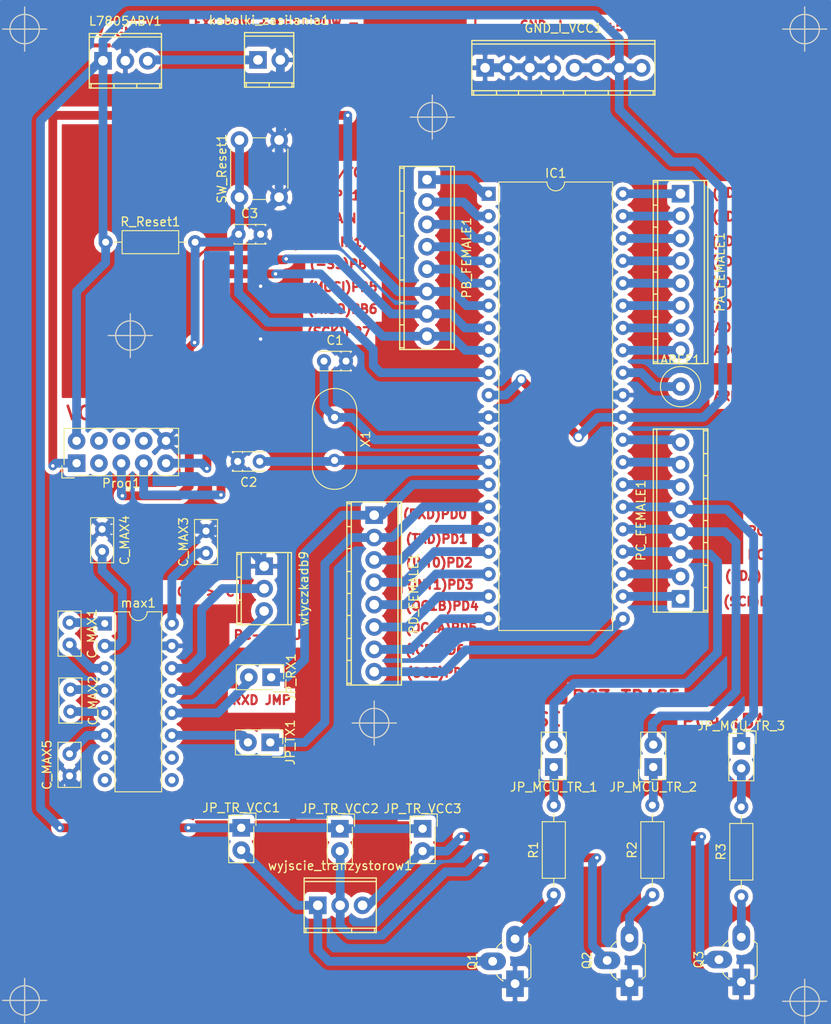
<source format=kicad_pcb>
(kicad_pcb (version 4) (host pcbnew 4.0.7)
  (layers (0 F.Cu signal hide) (31 B.Cu signal) (34 B.Paste user hide) (35 F.Paste user) (36 B.SilkS user) (37 F.SilkS user hide) (38 B.Mask user) (39 F.Mask user) (44 Edge.Cuts user))
  (net 0 "")
  (net 1 "Net-(AREF1-Pad1)")
  (net 2 "Net-(C1-Pad1)")
  (net 3 GND)
  (net 4 "Net-(C2-Pad1)")
  (net 5 "Net-(C3-Pad1)")
  (net 6 "Net-(C_MAX1-Pad1)")
  (net 7 "Net-(C_MAX1-Pad2)")
  (net 8 "Net-(C_MAX2-Pad1)")
  (net 9 "Net-(C_MAX2-Pad2)")
  (net 10 "Net-(C_MAX3-Pad1)")
  (net 11 "Net-(C_MAX4-Pad2)")
  (net 12 "Net-(C_MAX5-Pad2)")
  (net 13 "Net-(GND_I_VCC1-Pad5)")
  (net 14 "Net-(IC1-Pad1)")
  (net 15 "Net-(IC1-Pad21)")
  (net 16 "Net-(IC1-Pad2)")
  (net 17 "Net-(IC1-Pad22)")
  (net 18 "Net-(IC1-Pad3)")
  (net 19 "Net-(IC1-Pad23)")
  (net 20 "Net-(IC1-Pad4)")
  (net 21 "Net-(IC1-Pad24)")
  (net 22 "Net-(IC1-Pad5)")
  (net 23 "Net-(IC1-Pad25)")
  (net 24 "Net-(IC1-Pad6)")
  (net 25 "Net-(IC1-Pad26)")
  (net 26 "Net-(IC1-Pad7)")
  (net 27 "Net-(IC1-Pad27)")
  (net 28 "Net-(IC1-Pad8)")
  (net 29 "Net-(IC1-Pad28)")
  (net 30 "Net-(IC1-Pad29)")
  (net 31 "Net-(IC1-Pad33)")
  (net 32 "Net-(IC1-Pad14)")
  (net 33 "Net-(IC1-Pad34)")
  (net 34 "Net-(IC1-Pad15)")
  (net 35 "Net-(IC1-Pad35)")
  (net 36 "Net-(IC1-Pad16)")
  (net 37 "Net-(IC1-Pad36)")
  (net 38 "Net-(IC1-Pad17)")
  (net 39 "Net-(IC1-Pad37)")
  (net 40 "Net-(IC1-Pad18)")
  (net 41 "Net-(IC1-Pad38)")
  (net 42 "Net-(IC1-Pad19)")
  (net 43 "Net-(IC1-Pad39)")
  (net 44 "Net-(IC1-Pad20)")
  (net 45 "Net-(IC1-Pad40)")
  (net 46 "Net-(JP_MCU_TR_1-Pad1)")
  (net 47 "Net-(JP_MCU_TR_2-Pad1)")
  (net 48 "Net-(JP_MCU_TR_3-Pad2)")
  (net 49 "Net-(JP_RX1-Pad2)")
  (net 50 "Net-(JP_TR_VCC1-Pad2)")
  (net 51 "Net-(JP_TR_VCC2-Pad2)")
  (net 52 "Net-(JP_TR_VCC3-Pad2)")
  (net 53 "Net-(JP_TX1-Pad2)")
  (net 54 "Net-(L7805ABV1-Pad3)")
  (net 55 "Net-(max1-Pad9)")
  (net 56 "Net-(max1-Pad10)")
  (net 57 "Net-(max1-Pad13)")
  (net 58 "Net-(max1-Pad14)")
  (net 59 "Net-(max1-Pad7)")
  (net 60 "Net-(max1-Pad8)")
  (net 61 "Net-(Prog1-Pad3)")
  (net 62 "Net-(Prog1-Pad4)")
  (net 63 "Net-(Prog1-Pad6)")
  (net 64 "Net-(Prog1-Pad8)")
  (net 65 "Net-(Q1-Pad3)")
  (net 66 "Net-(Q2-Pad3)")
  (net 67 "Net-(Q3-Pad3)")
  (module Connectors:1pin (layer F.Cu) (at 102.8 63.8)
    (fp_text reference AREF1 (at 0 -3.048) (layer F.SilkS))
    (fp_text value CONN_1)
    (pad 1 thru_hole circle (at 0 0) (size 2.064 2.064) (drill 1.048) (layers *.Cu *.Mask) (net 1 "Net-(AREF1-Pad1)"))
  )
  (module Capacitors_THT:C_Disc_D3.4mm_W2.1mm_P2.50mm (layer F.Cu) (at 62.3 60.9)
    (fp_text reference C1 (at 1.25 -2.36) (layer F.SilkS))
    (fp_text value 22pF)
    (pad 1 thru_hole circle (at 0 0) (size 1.6 1.6) (drill 0.8) (layers *.Cu *.Mask) (net 2 "Net-(C1-Pad1)"))
    (pad 2 thru_hole circle (at 2.5 0) (size 1.6 1.6) (drill 0.8) (layers *.Cu *.Mask) (net 3 GND))
  )
  (module Capacitors_THT:C_Disc_D3.4mm_W2.1mm_P2.50mm (layer F.Cu) (at 55 72.3 180)
    (fp_text reference C2 (at 1.25 -2.36 180) (layer F.SilkS))
    (fp_text value 22pF)
    (pad 1 thru_hole circle (at 0 0 180) (size 1.6 1.6) (drill 0.8) (layers *.Cu *.Mask) (net 4 "Net-(C2-Pad1)"))
    (pad 2 thru_hole circle (at 2.5 0 180) (size 1.6 1.6) (drill 0.8) (layers *.Cu *.Mask) (net 3 GND))
  )
  (module Capacitors_THT:C_Disc_D3.4mm_W2.1mm_P2.50mm (layer F.Cu) (at 52.6 46.5)
    (fp_text reference C3 (at 1.25 -2.36) (layer F.SilkS))
    (fp_text value C)
    (pad 1 thru_hole circle (at 0 0) (size 1.6 1.6) (drill 0.8) (layers *.Cu *.Mask) (net 5 "Net-(C3-Pad1)"))
    (pad 2 thru_hole circle (at 2.5 0) (size 1.6 1.6) (drill 0.8) (layers *.Cu *.Mask) (net 3 GND))
  )
  (module Capacitors_THT:C_Disc_D5.0mm_W2.5mm_P2.50mm (layer F.Cu) (at 33.4 90.6 270)
    (fp_text reference C_MAX1 (at 1.25 -2.56 270) (layer F.SilkS))
    (fp_text value 1uF)
    (pad 1 thru_hole circle (at 0 0 270) (size 1.6 1.6) (drill 0.8) (layers *.Cu *.Mask) (net 6 "Net-(C_MAX1-Pad1)"))
    (pad 2 thru_hole circle (at 2.5 0 270) (size 1.6 1.6) (drill 0.8) (layers *.Cu *.Mask) (net 7 "Net-(C_MAX1-Pad2)"))
  )
  (module Capacitors_THT:C_Disc_D5.0mm_W2.5mm_P2.50mm (layer F.Cu) (at 33.5 98.2 270)
    (fp_text reference C_MAX2 (at 1.25 -2.56 270) (layer F.SilkS))
    (fp_text value 1uF)
    (pad 1 thru_hole circle (at 0 0 270) (size 1.6 1.6) (drill 0.8) (layers *.Cu *.Mask) (net 8 "Net-(C_MAX2-Pad1)"))
    (pad 2 thru_hole circle (at 2.5 0 270) (size 1.6 1.6) (drill 0.8) (layers *.Cu *.Mask) (net 9 "Net-(C_MAX2-Pad2)"))
  )
  (module Capacitors_THT:C_Disc_D5.0mm_W2.5mm_P2.50mm (layer F.Cu) (at 48.9 82.7 90)
    (fp_text reference C_MAX3 (at 1.25 -2.56 90) (layer F.SilkS))
    (fp_text value 1uF)
    (pad 1 thru_hole circle (at 0 0 90) (size 1.6 1.6) (drill 0.8) (layers *.Cu *.Mask) (net 10 "Net-(C_MAX3-Pad1)"))
    (pad 2 thru_hole circle (at 2.5 0 90) (size 1.6 1.6) (drill 0.8) (layers *.Cu *.Mask) (net 3 GND))
  )
  (module Capacitors_THT:C_Disc_D5.0mm_W2.5mm_P2.50mm (layer F.Cu) (at 37.1 80 270)
    (fp_text reference C_MAX4 (at 1.25 -2.56 270) (layer F.SilkS))
    (fp_text value 1uF)
    (pad 1 thru_hole circle (at 0 0 270) (size 1.6 1.6) (drill 0.8) (layers *.Cu *.Mask) (net 3 GND))
    (pad 2 thru_hole circle (at 2.5 0 270) (size 1.6 1.6) (drill 0.8) (layers *.Cu *.Mask) (net 11 "Net-(C_MAX4-Pad2)"))
  )
  (module Capacitors_THT:C_Disc_D5.0mm_W2.5mm_P2.50mm (layer F.Cu) (at 33.4 108 90)
    (fp_text reference C_MAX5 (at 1.25 -2.56 90) (layer F.SilkS))
    (fp_text value 1uF)
    (pad 1 thru_hole circle (at 0 0 90) (size 1.6 1.6) (drill 0.8) (layers *.Cu *.Mask) (net 3 GND))
    (pad 2 thru_hole circle (at 2.5 0 90) (size 1.6 1.6) (drill 0.8) (layers *.Cu *.Mask) (net 12 "Net-(C_MAX5-Pad2)"))
  )
  (module TerminalBlock_Phoenix:TerminalBlock_Phoenix_MPT-2.54mm_8pol (layer F.Cu) (at 80.6 27.6)
    (fp_text reference GND_I_VCC1 (at 8.89 -4.50088) (layer F.SilkS))
    (fp_text value CONN_8)
    (pad 4 thru_hole oval (at 7.62 0 180) (size 1.99898 1.99898) (drill 1.09728) (layers *.Cu *.Mask) (net 3 GND))
    (pad 1 thru_hole rect (at 0 0 180) (size 1.99898 1.99898) (drill 1.09728) (layers *.Cu *.Mask) (net 3 GND))
    (pad 2 thru_hole oval (at 2.54 0 180) (size 1.99898 1.99898) (drill 1.09728) (layers *.Cu *.Mask) (net 3 GND))
    (pad 3 thru_hole oval (at 5.08 0 180) (size 1.99898 1.99898) (drill 1.09728) (layers *.Cu *.Mask) (net 3 GND))
    (pad 5 thru_hole oval (at 10.16 0 180) (size 1.99898 1.99898) (drill 1.09728) (layers *.Cu *.Mask) (net 13 "Net-(GND_I_VCC1-Pad5)"))
    (pad 6 thru_hole oval (at 12.7 0 180) (size 1.99898 1.99898) (drill 1.09728) (layers *.Cu *.Mask) (net 13 "Net-(GND_I_VCC1-Pad5)"))
    (pad 7 thru_hole oval (at 15.24 0 180) (size 1.99898 1.99898) (drill 1.09728) (layers *.Cu *.Mask) (net 13 "Net-(GND_I_VCC1-Pad5)"))
    (pad 8 thru_hole oval (at 17.78 0 180) (size 1.99898 1.99898) (drill 1.09728) (layers *.Cu *.Mask) (net 13 "Net-(GND_I_VCC1-Pad5)"))
  )
  (module Housings_DIP:DIP-40_W15.24mm (layer F.Cu) (at 81 41.9)
    (fp_text reference IC1 (at 7.62 -2.33) (layer F.SilkS))
    (fp_text value ATMEGA8535-P)
    (pad 1 thru_hole rect (at 0 0) (size 1.6 1.6) (drill 0.8) (layers *.Cu *.Mask) (net 14 "Net-(IC1-Pad1)"))
    (pad 21 thru_hole oval (at 15.24 48.26) (size 1.6 1.6) (drill 0.8) (layers *.Cu *.Mask) (net 15 "Net-(IC1-Pad21)"))
    (pad 2 thru_hole oval (at 0 2.54) (size 1.6 1.6) (drill 0.8) (layers *.Cu *.Mask) (net 16 "Net-(IC1-Pad2)"))
    (pad 22 thru_hole oval (at 15.24 45.72) (size 1.6 1.6) (drill 0.8) (layers *.Cu *.Mask) (net 17 "Net-(IC1-Pad22)"))
    (pad 3 thru_hole oval (at 0 5.08) (size 1.6 1.6) (drill 0.8) (layers *.Cu *.Mask) (net 18 "Net-(IC1-Pad3)"))
    (pad 23 thru_hole oval (at 15.24 43.18) (size 1.6 1.6) (drill 0.8) (layers *.Cu *.Mask) (net 19 "Net-(IC1-Pad23)"))
    (pad 4 thru_hole oval (at 0 7.62) (size 1.6 1.6) (drill 0.8) (layers *.Cu *.Mask) (net 20 "Net-(IC1-Pad4)"))
    (pad 24 thru_hole oval (at 15.24 40.64) (size 1.6 1.6) (drill 0.8) (layers *.Cu *.Mask) (net 21 "Net-(IC1-Pad24)"))
    (pad 5 thru_hole oval (at 0 10.16) (size 1.6 1.6) (drill 0.8) (layers *.Cu *.Mask) (net 22 "Net-(IC1-Pad5)"))
    (pad 25 thru_hole oval (at 15.24 38.1) (size 1.6 1.6) (drill 0.8) (layers *.Cu *.Mask) (net 23 "Net-(IC1-Pad25)"))
    (pad 6 thru_hole oval (at 0 12.7) (size 1.6 1.6) (drill 0.8) (layers *.Cu *.Mask) (net 24 "Net-(IC1-Pad6)"))
    (pad 26 thru_hole oval (at 15.24 35.56) (size 1.6 1.6) (drill 0.8) (layers *.Cu *.Mask) (net 25 "Net-(IC1-Pad26)"))
    (pad 7 thru_hole oval (at 0 15.24) (size 1.6 1.6) (drill 0.8) (layers *.Cu *.Mask) (net 26 "Net-(IC1-Pad7)"))
    (pad 27 thru_hole oval (at 15.24 33.02) (size 1.6 1.6) (drill 0.8) (layers *.Cu *.Mask) (net 27 "Net-(IC1-Pad27)"))
    (pad 8 thru_hole oval (at 0 17.78) (size 1.6 1.6) (drill 0.8) (layers *.Cu *.Mask) (net 28 "Net-(IC1-Pad8)"))
    (pad 28 thru_hole oval (at 15.24 30.48) (size 1.6 1.6) (drill 0.8) (layers *.Cu *.Mask) (net 29 "Net-(IC1-Pad28)"))
    (pad 9 thru_hole oval (at 0 20.32) (size 1.6 1.6) (drill 0.8) (layers *.Cu *.Mask) (net 5 "Net-(C3-Pad1)"))
    (pad 29 thru_hole oval (at 15.24 27.94) (size 1.6 1.6) (drill 0.8) (layers *.Cu *.Mask) (net 30 "Net-(IC1-Pad29)"))
    (pad 10 thru_hole oval (at 0 22.86) (size 1.6 1.6) (drill 0.8) (layers *.Cu *.Mask) (net 13 "Net-(GND_I_VCC1-Pad5)"))
    (pad 30 thru_hole oval (at 15.24 25.4) (size 1.6 1.6) (drill 0.8) (layers *.Cu *.Mask) (net 13 "Net-(GND_I_VCC1-Pad5)"))
    (pad 11 thru_hole oval (at 0 25.4) (size 1.6 1.6) (drill 0.8) (layers *.Cu *.Mask) (net 3 GND))
    (pad 31 thru_hole oval (at 15.24 22.86) (size 1.6 1.6) (drill 0.8) (layers *.Cu *.Mask) (net 3 GND))
    (pad 12 thru_hole oval (at 0 27.94) (size 1.6 1.6) (drill 0.8) (layers *.Cu *.Mask) (net 2 "Net-(C1-Pad1)"))
    (pad 32 thru_hole oval (at 15.24 20.32) (size 1.6 1.6) (drill 0.8) (layers *.Cu *.Mask) (net 1 "Net-(AREF1-Pad1)"))
    (pad 13 thru_hole oval (at 0 30.48) (size 1.6 1.6) (drill 0.8) (layers *.Cu *.Mask) (net 4 "Net-(C2-Pad1)"))
    (pad 33 thru_hole oval (at 15.24 17.78) (size 1.6 1.6) (drill 0.8) (layers *.Cu *.Mask) (net 31 "Net-(IC1-Pad33)"))
    (pad 14 thru_hole oval (at 0 33.02) (size 1.6 1.6) (drill 0.8) (layers *.Cu *.Mask) (net 32 "Net-(IC1-Pad14)"))
    (pad 34 thru_hole oval (at 15.24 15.24) (size 1.6 1.6) (drill 0.8) (layers *.Cu *.Mask) (net 33 "Net-(IC1-Pad34)"))
    (pad 15 thru_hole oval (at 0 35.56) (size 1.6 1.6) (drill 0.8) (layers *.Cu *.Mask) (net 34 "Net-(IC1-Pad15)"))
    (pad 35 thru_hole oval (at 15.24 12.7) (size 1.6 1.6) (drill 0.8) (layers *.Cu *.Mask) (net 35 "Net-(IC1-Pad35)"))
    (pad 16 thru_hole oval (at 0 38.1) (size 1.6 1.6) (drill 0.8) (layers *.Cu *.Mask) (net 36 "Net-(IC1-Pad16)"))
    (pad 36 thru_hole oval (at 15.24 10.16) (size 1.6 1.6) (drill 0.8) (layers *.Cu *.Mask) (net 37 "Net-(IC1-Pad36)"))
    (pad 17 thru_hole oval (at 0 40.64) (size 1.6 1.6) (drill 0.8) (layers *.Cu *.Mask) (net 38 "Net-(IC1-Pad17)"))
    (pad 37 thru_hole oval (at 15.24 7.62) (size 1.6 1.6) (drill 0.8) (layers *.Cu *.Mask) (net 39 "Net-(IC1-Pad37)"))
    (pad 18 thru_hole oval (at 0 43.18) (size 1.6 1.6) (drill 0.8) (layers *.Cu *.Mask) (net 40 "Net-(IC1-Pad18)"))
    (pad 38 thru_hole oval (at 15.24 5.08) (size 1.6 1.6) (drill 0.8) (layers *.Cu *.Mask) (net 41 "Net-(IC1-Pad38)"))
    (pad 19 thru_hole oval (at 0 45.72) (size 1.6 1.6) (drill 0.8) (layers *.Cu *.Mask) (net 42 "Net-(IC1-Pad19)"))
    (pad 39 thru_hole oval (at 15.24 2.54) (size 1.6 1.6) (drill 0.8) (layers *.Cu *.Mask) (net 43 "Net-(IC1-Pad39)"))
    (pad 20 thru_hole oval (at 0 48.26) (size 1.6 1.6) (drill 0.8) (layers *.Cu *.Mask) (net 44 "Net-(IC1-Pad20)"))
    (pad 40 thru_hole oval (at 15.24 0) (size 1.6 1.6) (drill 0.8) (layers *.Cu *.Mask) (net 45 "Net-(IC1-Pad40)"))
  )
  (module Connectors_Samtec:SDL-102-X-XX_2x01 (layer F.Cu) (at 88.4 107 90)
    (fp_text reference JP_MCU_TR_1 (at -2.27 0 180) (layer F.SilkS))
    (fp_text value JUMPER)
    (pad 1 thru_hole rect (at 0 0 90) (size 2 2) (drill 0.95) (layers *.Cu *.Mask) (net 46 "Net-(JP_MCU_TR_1-Pad1)"))
    (pad 2 thru_hole circle (at 2.54 0 90) (size 2 2) (drill 0.95) (layers *.Cu *.Mask) (net 21 "Net-(IC1-Pad24)"))
  )
  (module Connectors_Samtec:SDL-102-X-XX_2x01 (layer F.Cu) (at 99.7 107 90)
    (fp_text reference JP_MCU_TR_2 (at -2.27 0 180) (layer F.SilkS))
    (fp_text value JUMPER)
    (pad 1 thru_hole rect (at 0 0 90) (size 2 2) (drill 0.95) (layers *.Cu *.Mask) (net 47 "Net-(JP_MCU_TR_2-Pad1)"))
    (pad 2 thru_hole circle (at 2.54 0 90) (size 2 2) (drill 0.95) (layers *.Cu *.Mask) (net 23 "Net-(IC1-Pad25)"))
  )
  (module Connectors_Samtec:SDL-102-X-XX_2x01 (layer F.Cu) (at 109.7 104.6 270)
    (fp_text reference JP_MCU_TR_3 (at -2.27 0 360) (layer F.SilkS))
    (fp_text value JUMPER)
    (pad 1 thru_hole rect (at 0 0 270) (size 2 2) (drill 0.95) (layers *.Cu *.Mask) (net 25 "Net-(IC1-Pad26)"))
    (pad 2 thru_hole circle (at 2.54 0 270) (size 2 2) (drill 0.95) (layers *.Cu *.Mask) (net 48 "Net-(JP_MCU_TR_3-Pad2)"))
  )
  (module Connectors_Samtec:SDL-102-X-XX_2x01 (layer F.Cu) (at 56.3 96.8 180)
    (fp_text reference JP_RX1 (at -2.27 0 270) (layer F.SilkS))
    (fp_text value JUMPER)
    (pad 1 thru_hole rect (at 0 0 180) (size 2 2) (drill 0.95) (layers *.Cu *.Mask) (net 32 "Net-(IC1-Pad14)"))
    (pad 2 thru_hole circle (at 2.54 0 180) (size 2 2) (drill 0.95) (layers *.Cu *.Mask) (net 49 "Net-(JP_RX1-Pad2)"))
  )
  (module Connectors_Samtec:SDL-102-X-XX_2x01 (layer F.Cu) (at 52.9 113.9 270)
    (fp_text reference JP_TR_VCC1 (at -2.27 0 360) (layer F.SilkS))
    (fp_text value JUMPER)
    (pad 1 thru_hole rect (at 0 0 270) (size 2 2) (drill 0.95) (layers *.Cu *.Mask) (net 13 "Net-(GND_I_VCC1-Pad5)"))
    (pad 2 thru_hole circle (at 2.54 0 270) (size 2 2) (drill 0.95) (layers *.Cu *.Mask) (net 50 "Net-(JP_TR_VCC1-Pad2)"))
  )
  (module Connectors_Samtec:SDL-102-X-XX_2x01 (layer F.Cu) (at 64.1 114 270)
    (fp_text reference JP_TR_VCC2 (at -2.27 0 360) (layer F.SilkS))
    (fp_text value JUMPER)
    (pad 1 thru_hole rect (at 0 0 270) (size 2 2) (drill 0.95) (layers *.Cu *.Mask) (net 13 "Net-(GND_I_VCC1-Pad5)"))
    (pad 2 thru_hole circle (at 2.54 0 270) (size 2 2) (drill 0.95) (layers *.Cu *.Mask) (net 51 "Net-(JP_TR_VCC2-Pad2)"))
  )
  (module Connectors_Samtec:SDL-102-X-XX_2x01 (layer F.Cu) (at 73.5 114 270)
    (fp_text reference JP_TR_VCC3 (at -2.27 0 360) (layer F.SilkS))
    (fp_text value JUMPER)
    (pad 1 thru_hole rect (at 0 0 270) (size 2 2) (drill 0.95) (layers *.Cu *.Mask) (net 13 "Net-(GND_I_VCC1-Pad5)"))
    (pad 2 thru_hole circle (at 2.54 0 270) (size 2 2) (drill 0.95) (layers *.Cu *.Mask) (net 52 "Net-(JP_TR_VCC3-Pad2)"))
  )
  (module Connectors_Samtec:SDL-102-X-XX_2x01 (layer F.Cu) (at 56.2 104.2 180)
    (fp_text reference JP_TX1 (at -2.27 0 270) (layer F.SilkS))
    (fp_text value JUMPER)
    (pad 1 thru_hole rect (at 0 0 180) (size 2 2) (drill 0.95) (layers *.Cu *.Mask) (net 34 "Net-(IC1-Pad15)"))
    (pad 2 thru_hole circle (at 2.54 0 180) (size 2 2) (drill 0.95) (layers *.Cu *.Mask) (net 53 "Net-(JP_TX1-Pad2)"))
  )
  (module TerminalBlock_Phoenix:TerminalBlock_Phoenix_MPT-2.54mm_2pol (layer F.Cu) (at 54.8 26.7)
    (fp_text reference kabelki_zasilania1 (at 1.27 -4.50088) (layer F.SilkS))
    (fp_text value CONN_2)
    (pad 2 thru_hole oval (at 2.54 0) (size 1.99898 1.99898) (drill 1.09728) (layers *.Cu *.Mask) (net 3 GND))
    (pad 1 thru_hole rect (at 0 0) (size 1.99898 1.99898) (drill 1.09728) (layers *.Cu *.Mask) (net 54 "Net-(L7805ABV1-Pad3)"))
  )
  (module TerminalBlock_Phoenix:TerminalBlock_Phoenix_MPT-2.54mm_3pol (layer F.Cu) (at 37.2 26.8)
    (fp_text reference L7805ABV1 (at 2.54 -4.50088) (layer F.SilkS))
    (fp_text value CONN_3)
    (pad 3 thru_hole oval (at 5.08 0) (size 1.99898 1.99898) (drill 1.09728) (layers *.Cu *.Mask) (net 54 "Net-(L7805ABV1-Pad3)"))
    (pad 1 thru_hole rect (at 0 0) (size 1.99898 1.99898) (drill 1.09728) (layers *.Cu *.Mask) (net 13 "Net-(GND_I_VCC1-Pad5)"))
    (pad 2 thru_hole oval (at 2.54 0) (size 1.99898 1.99898) (drill 1.09728) (layers *.Cu *.Mask) (net 3 GND))
  )
  (module Housings_DIP:DIP-16_W7.62mm (layer F.Cu) (at 37.4 90.7)
    (fp_text reference max1 (at 3.81 -2.33) (layer F.SilkS))
    (fp_text value MAX232)
    (pad 1 thru_hole rect (at 0 0) (size 1.6 1.6) (drill 0.8) (layers *.Cu *.Mask) (net 6 "Net-(C_MAX1-Pad1)"))
    (pad 9 thru_hole oval (at 7.62 17.78) (size 1.6 1.6) (drill 0.8) (layers *.Cu *.Mask) (net 55 "Net-(max1-Pad9)"))
    (pad 2 thru_hole oval (at 0 2.54) (size 1.6 1.6) (drill 0.8) (layers *.Cu *.Mask) (net 11 "Net-(C_MAX4-Pad2)"))
    (pad 10 thru_hole oval (at 7.62 15.24) (size 1.6 1.6) (drill 0.8) (layers *.Cu *.Mask) (net 56 "Net-(max1-Pad10)"))
    (pad 3 thru_hole oval (at 0 5.08) (size 1.6 1.6) (drill 0.8) (layers *.Cu *.Mask) (net 7 "Net-(C_MAX1-Pad2)"))
    (pad 11 thru_hole oval (at 7.62 12.7) (size 1.6 1.6) (drill 0.8) (layers *.Cu *.Mask) (net 53 "Net-(JP_TX1-Pad2)"))
    (pad 4 thru_hole oval (at 0 7.62) (size 1.6 1.6) (drill 0.8) (layers *.Cu *.Mask) (net 8 "Net-(C_MAX2-Pad1)"))
    (pad 12 thru_hole oval (at 7.62 10.16) (size 1.6 1.6) (drill 0.8) (layers *.Cu *.Mask) (net 49 "Net-(JP_RX1-Pad2)"))
    (pad 5 thru_hole oval (at 0 10.16) (size 1.6 1.6) (drill 0.8) (layers *.Cu *.Mask) (net 9 "Net-(C_MAX2-Pad2)"))
    (pad 13 thru_hole oval (at 7.62 7.62) (size 1.6 1.6) (drill 0.8) (layers *.Cu *.Mask) (net 57 "Net-(max1-Pad13)"))
    (pad 6 thru_hole oval (at 0 12.7) (size 1.6 1.6) (drill 0.8) (layers *.Cu *.Mask) (net 12 "Net-(C_MAX5-Pad2)"))
    (pad 14 thru_hole oval (at 7.62 5.08) (size 1.6 1.6) (drill 0.8) (layers *.Cu *.Mask) (net 58 "Net-(max1-Pad14)"))
    (pad 7 thru_hole oval (at 0 15.24) (size 1.6 1.6) (drill 0.8) (layers *.Cu *.Mask) (net 59 "Net-(max1-Pad7)"))
    (pad 15 thru_hole oval (at 7.62 2.54) (size 1.6 1.6) (drill 0.8) (layers *.Cu *.Mask) (net 3 GND))
    (pad 8 thru_hole oval (at 0 17.78) (size 1.6 1.6) (drill 0.8) (layers *.Cu *.Mask) (net 60 "Net-(max1-Pad8)"))
    (pad 16 thru_hole oval (at 7.62 0) (size 1.6 1.6) (drill 0.8) (layers *.Cu *.Mask) (net 10 "Net-(C_MAX3-Pad1)"))
  )
  (module TerminalBlock_Phoenix:TerminalBlock_Phoenix_MPT-2.54mm_8pol (layer F.Cu) (at 102.8 41.9 270)
    (fp_text reference PA_FEMALE1 (at 8.89 -4.50088 270) (layer F.SilkS))
    (fp_text value CONN_8)
    (pad 4 thru_hole oval (at 7.62 0 90) (size 1.99898 1.99898) (drill 1.09728) (layers *.Cu *.Mask) (net 39 "Net-(IC1-Pad37)"))
    (pad 1 thru_hole rect (at 0 0 90) (size 1.99898 1.99898) (drill 1.09728) (layers *.Cu *.Mask) (net 45 "Net-(IC1-Pad40)"))
    (pad 2 thru_hole oval (at 2.54 0 90) (size 1.99898 1.99898) (drill 1.09728) (layers *.Cu *.Mask) (net 43 "Net-(IC1-Pad39)"))
    (pad 3 thru_hole oval (at 5.08 0 90) (size 1.99898 1.99898) (drill 1.09728) (layers *.Cu *.Mask) (net 41 "Net-(IC1-Pad38)"))
    (pad 5 thru_hole oval (at 10.16 0 90) (size 1.99898 1.99898) (drill 1.09728) (layers *.Cu *.Mask) (net 37 "Net-(IC1-Pad36)"))
    (pad 6 thru_hole oval (at 12.7 0 90) (size 1.99898 1.99898) (drill 1.09728) (layers *.Cu *.Mask) (net 35 "Net-(IC1-Pad35)"))
    (pad 7 thru_hole oval (at 15.24 0 90) (size 1.99898 1.99898) (drill 1.09728) (layers *.Cu *.Mask) (net 33 "Net-(IC1-Pad34)"))
    (pad 8 thru_hole oval (at 17.78 0 90) (size 1.99898 1.99898) (drill 1.09728) (layers *.Cu *.Mask) (net 31 "Net-(IC1-Pad33)"))
  )
  (module TerminalBlock_Phoenix:TerminalBlock_Phoenix_MPT-2.54mm_8pol (layer F.Cu) (at 74 40.3 270)
    (fp_text reference PB_FEMALE1 (at 8.89 -4.50088 270) (layer F.SilkS))
    (fp_text value CONN_8)
    (pad 4 thru_hole oval (at 7.62 0 90) (size 1.99898 1.99898) (drill 1.09728) (layers *.Cu *.Mask) (net 20 "Net-(IC1-Pad4)"))
    (pad 1 thru_hole rect (at 0 0 90) (size 1.99898 1.99898) (drill 1.09728) (layers *.Cu *.Mask) (net 14 "Net-(IC1-Pad1)"))
    (pad 2 thru_hole oval (at 2.54 0 90) (size 1.99898 1.99898) (drill 1.09728) (layers *.Cu *.Mask) (net 16 "Net-(IC1-Pad2)"))
    (pad 3 thru_hole oval (at 5.08 0 90) (size 1.99898 1.99898) (drill 1.09728) (layers *.Cu *.Mask) (net 18 "Net-(IC1-Pad3)"))
    (pad 5 thru_hole oval (at 10.16 0 90) (size 1.99898 1.99898) (drill 1.09728) (layers *.Cu *.Mask) (net 22 "Net-(IC1-Pad5)"))
    (pad 6 thru_hole oval (at 12.7 0 90) (size 1.99898 1.99898) (drill 1.09728) (layers *.Cu *.Mask) (net 24 "Net-(IC1-Pad6)"))
    (pad 7 thru_hole oval (at 15.24 0 90) (size 1.99898 1.99898) (drill 1.09728) (layers *.Cu *.Mask) (net 26 "Net-(IC1-Pad7)"))
    (pad 8 thru_hole oval (at 17.78 0 90) (size 1.99898 1.99898) (drill 1.09728) (layers *.Cu *.Mask) (net 28 "Net-(IC1-Pad8)"))
  )
  (module TerminalBlock_Phoenix:TerminalBlock_Phoenix_MPT-2.54mm_8pol (layer F.Cu) (at 102.8 87.9 90)
    (fp_text reference PC_FEMALE1 (at 8.89 -4.50088 90) (layer F.SilkS))
    (fp_text value CONN_8)
    (pad 4 thru_hole oval (at 7.62 0 270) (size 1.99898 1.99898) (drill 1.09728) (layers *.Cu *.Mask) (net 23 "Net-(IC1-Pad25)"))
    (pad 1 thru_hole rect (at 0 0 270) (size 1.99898 1.99898) (drill 1.09728) (layers *.Cu *.Mask) (net 17 "Net-(IC1-Pad22)"))
    (pad 2 thru_hole oval (at 2.54 0 270) (size 1.99898 1.99898) (drill 1.09728) (layers *.Cu *.Mask) (net 19 "Net-(IC1-Pad23)"))
    (pad 3 thru_hole oval (at 5.08 0 270) (size 1.99898 1.99898) (drill 1.09728) (layers *.Cu *.Mask) (net 21 "Net-(IC1-Pad24)"))
    (pad 5 thru_hole oval (at 10.16 0 270) (size 1.99898 1.99898) (drill 1.09728) (layers *.Cu *.Mask) (net 25 "Net-(IC1-Pad26)"))
    (pad 6 thru_hole oval (at 12.7 0 270) (size 1.99898 1.99898) (drill 1.09728) (layers *.Cu *.Mask) (net 27 "Net-(IC1-Pad27)"))
    (pad 7 thru_hole oval (at 15.24 0 270) (size 1.99898 1.99898) (drill 1.09728) (layers *.Cu *.Mask) (net 29 "Net-(IC1-Pad28)"))
    (pad 8 thru_hole oval (at 17.78 0 270) (size 1.99898 1.99898) (drill 1.09728) (layers *.Cu *.Mask) (net 30 "Net-(IC1-Pad29)"))
  )
  (module TerminalBlock_Phoenix:TerminalBlock_Phoenix_MPT-2.54mm_8pol (layer F.Cu) (at 68 78.4 270)
    (fp_text reference PD_FEMALE1 (at 8.89 -4.50088 270) (layer F.SilkS))
    (fp_text value CONN_8)
    (pad 4 thru_hole oval (at 7.62 0 90) (size 1.99898 1.99898) (drill 1.09728) (layers *.Cu *.Mask) (net 38 "Net-(IC1-Pad17)"))
    (pad 1 thru_hole rect (at 0 0 90) (size 1.99898 1.99898) (drill 1.09728) (layers *.Cu *.Mask) (net 32 "Net-(IC1-Pad14)"))
    (pad 2 thru_hole oval (at 2.54 0 90) (size 1.99898 1.99898) (drill 1.09728) (layers *.Cu *.Mask) (net 34 "Net-(IC1-Pad15)"))
    (pad 3 thru_hole oval (at 5.08 0 90) (size 1.99898 1.99898) (drill 1.09728) (layers *.Cu *.Mask) (net 36 "Net-(IC1-Pad16)"))
    (pad 5 thru_hole oval (at 10.16 0 90) (size 1.99898 1.99898) (drill 1.09728) (layers *.Cu *.Mask) (net 40 "Net-(IC1-Pad18)"))
    (pad 6 thru_hole oval (at 12.7 0 90) (size 1.99898 1.99898) (drill 1.09728) (layers *.Cu *.Mask) (net 42 "Net-(IC1-Pad19)"))
    (pad 7 thru_hole oval (at 15.24 0 90) (size 1.99898 1.99898) (drill 1.09728) (layers *.Cu *.Mask) (net 44 "Net-(IC1-Pad20)"))
    (pad 8 thru_hole oval (at 17.78 0 90) (size 1.99898 1.99898) (drill 1.09728) (layers *.Cu *.Mask) (net 15 "Net-(IC1-Pad21)"))
  )
  (module Connectors_Samtec:SDL-110-X-XX_2x05 (layer F.Cu) (at 34.2 72.5 90)
    (fp_text reference Prog1 (at -2.27 5.08 180) (layer F.SilkS))
    (fp_text value CONN_5X2)
    (pad 1 thru_hole rect (at 0 0 90) (size 2 2) (drill 0.95) (layers *.Cu *.Mask) (net 24 "Net-(IC1-Pad6)"))
    (pad 3 thru_hole circle (at 0 2.54 90) (size 2 2) (drill 0.95) (layers *.Cu *.Mask) (net 61 "Net-(Prog1-Pad3)"))
    (pad 5 thru_hole circle (at 0 5.08 90) (size 2 2) (drill 0.95) (layers *.Cu *.Mask) (net 5 "Net-(C3-Pad1)"))
    (pad 7 thru_hole circle (at 0 7.62 90) (size 2 2) (drill 0.95) (layers *.Cu *.Mask) (net 28 "Net-(IC1-Pad8)"))
    (pad 9 thru_hole circle (at 0 10.16 90) (size 2 2) (drill 0.95) (layers *.Cu *.Mask) (net 26 "Net-(IC1-Pad7)"))
    (pad 2 thru_hole circle (at 2.54 0 90) (size 2 2) (drill 0.95) (layers *.Cu *.Mask) (net 13 "Net-(GND_I_VCC1-Pad5)"))
    (pad 4 thru_hole circle (at 2.54 2.54 90) (size 2 2) (drill 0.95) (layers *.Cu *.Mask) (net 62 "Net-(Prog1-Pad4)"))
    (pad 6 thru_hole circle (at 2.54 5.08 90) (size 2 2) (drill 0.95) (layers *.Cu *.Mask) (net 63 "Net-(Prog1-Pad6)"))
    (pad 8 thru_hole circle (at 2.54 7.62 90) (size 2 2) (drill 0.95) (layers *.Cu *.Mask) (net 64 "Net-(Prog1-Pad8)"))
    (pad 10 thru_hole circle (at 2.54 10.16 90) (size 2 2) (drill 0.95) (layers *.Cu *.Mask) (net 3 GND))
  )
  (module TO_SOT_Packages_THT:TO-92_Rugged (layer F.Cu) (at 84 131.6 90)
    (fp_text reference Q1 (at 2.54 -4.83 90) (layer F.SilkS))
    (fp_text value BC211-10)
    (pad 2 thru_hole oval (at 2.54 -2.54 180) (size 3 2) (drill 1) (layers *.Cu *.Mask) (net 50 "Net-(JP_TR_VCC1-Pad2)"))
    (pad 1 thru_hole rect (at 0 0 180) (size 2 3) (drill 1) (layers *.Cu *.Mask) (net 3 GND))
    (pad 3 thru_hole oval (at 5.08 0 180) (size 2 3) (drill 1) (layers *.Cu *.Mask) (net 65 "Net-(Q1-Pad3)"))
  )
  (module TO_SOT_Packages_THT:TO-92_Rugged (layer F.Cu) (at 97 131.5 90)
    (fp_text reference Q2 (at 2.54 -4.83 90) (layer F.SilkS))
    (fp_text value BC211-10)
    (pad 2 thru_hole oval (at 2.54 -2.54 180) (size 3 2) (drill 1) (layers *.Cu *.Mask) (net 51 "Net-(JP_TR_VCC2-Pad2)"))
    (pad 1 thru_hole rect (at 0 0 180) (size 2 3) (drill 1) (layers *.Cu *.Mask) (net 3 GND))
    (pad 3 thru_hole oval (at 5.08 0 180) (size 2 3) (drill 1) (layers *.Cu *.Mask) (net 66 "Net-(Q2-Pad3)"))
  )
  (module TO_SOT_Packages_THT:TO-92_Rugged (layer F.Cu) (at 109.7 131.4 90)
    (fp_text reference Q3 (at 2.54 -4.83 90) (layer F.SilkS))
    (fp_text value BC211-10)
    (pad 2 thru_hole oval (at 2.54 -2.54 180) (size 3 2) (drill 1) (layers *.Cu *.Mask) (net 52 "Net-(JP_TR_VCC3-Pad2)"))
    (pad 1 thru_hole rect (at 0 0 180) (size 2 3) (drill 1) (layers *.Cu *.Mask) (net 3 GND))
    (pad 3 thru_hole oval (at 5.08 0 180) (size 2 3) (drill 1) (layers *.Cu *.Mask) (net 67 "Net-(Q3-Pad3)"))
  )
  (module Resistors_THT:R_Axial_DIN0207_L6.3mm_D2.5mm_P10.16mm_Horizontal (layer F.Cu) (at 88.4 121.5 90)
    (fp_text reference R1 (at 5.08 -2.31 90) (layer F.SilkS))
    (fp_text value R)
    (pad 1 thru_hole circle (at 0 0 90) (size 1.6 1.6) (drill 0.8) (layers *.Cu *.Mask) (net 65 "Net-(Q1-Pad3)"))
    (pad 2 thru_hole oval (at 10.16 0 90) (size 1.6 1.6) (drill 0.8) (layers *.Cu *.Mask) (net 46 "Net-(JP_MCU_TR_1-Pad1)"))
  )
  (module Resistors_THT:R_Axial_DIN0207_L6.3mm_D2.5mm_P10.16mm_Horizontal (layer F.Cu) (at 99.6 121.5 90)
    (fp_text reference R2 (at 5.08 -2.31 90) (layer F.SilkS))
    (fp_text value R)
    (pad 1 thru_hole circle (at 0 0 90) (size 1.6 1.6) (drill 0.8) (layers *.Cu *.Mask) (net 66 "Net-(Q2-Pad3)"))
    (pad 2 thru_hole oval (at 10.16 0 90) (size 1.6 1.6) (drill 0.8) (layers *.Cu *.Mask) (net 47 "Net-(JP_MCU_TR_2-Pad1)"))
  )
  (module Resistors_THT:R_Axial_DIN0207_L6.3mm_D2.5mm_P10.16mm_Horizontal (layer F.Cu) (at 109.7 121.7 90)
    (fp_text reference R3 (at 5.08 -2.31 90) (layer F.SilkS))
    (fp_text value R)
    (pad 1 thru_hole circle (at 0 0 90) (size 1.6 1.6) (drill 0.8) (layers *.Cu *.Mask) (net 67 "Net-(Q3-Pad3)"))
    (pad 2 thru_hole oval (at 10.16 0 90) (size 1.6 1.6) (drill 0.8) (layers *.Cu *.Mask) (net 48 "Net-(JP_MCU_TR_3-Pad2)"))
  )
  (module Resistors_THT:R_Axial_DIN0207_L6.3mm_D2.5mm_P10.16mm_Horizontal (layer F.Cu) (at 37.5 47.4)
    (fp_text reference R_Reset1 (at 5.08 -2.31) (layer F.SilkS))
    (fp_text value 10k)
    (pad 1 thru_hole circle (at 0 0) (size 1.6 1.6) (drill 0.8) (layers *.Cu *.Mask) (net 13 "Net-(GND_I_VCC1-Pad5)"))
    (pad 2 thru_hole oval (at 10.16 0) (size 1.6 1.6) (drill 0.8) (layers *.Cu *.Mask) (net 5 "Net-(C3-Pad1)"))
  )
  (module Buttons_Switches_THT:SW_PUSH_6mm (layer F.Cu) (at 52.7 42.3 90)
    (fp_text reference SW_Reset1 (at 3.25 -2 90) (layer F.SilkS))
    (fp_text value SW_PUSH)
    (pad 2 thru_hole circle (at 0 4.5 180) (size 2 2) (drill 1.1) (layers *.Cu *.Mask) (net 3 GND))
    (pad 1 thru_hole circle (at 0 0 180) (size 2 2) (drill 1.1) (layers *.Cu *.Mask) (net 5 "Net-(C3-Pad1)"))
    (pad 2 thru_hole circle (at 6.5 4.5 180) (size 2 2) (drill 1.1) (layers *.Cu *.Mask) (net 3 GND))
    (pad 1 thru_hole circle (at 6.5 0 180) (size 2 2) (drill 1.1) (layers *.Cu *.Mask) (net 5 "Net-(C3-Pad1)"))
  )
  (module TerminalBlock_Phoenix:TerminalBlock_Phoenix_MPT-2.54mm_3pol (layer F.Cu) (at 55.5 84.2 270)
    (fp_text reference wtyczkadb9 (at 2.54 -4.50088 270) (layer F.SilkS))
    (fp_text value CONN_3)
    (pad 3 thru_hole oval (at 5.08 0 270) (size 1.99898 1.99898) (drill 1.09728) (layers *.Cu *.Mask) (net 57 "Net-(max1-Pad13)"))
    (pad 1 thru_hole rect (at 0 0 270) (size 1.99898 1.99898) (drill 1.09728) (layers *.Cu *.Mask) (net 3 GND))
    (pad 2 thru_hole oval (at 2.54 0 270) (size 1.99898 1.99898) (drill 1.09728) (layers *.Cu *.Mask) (net 58 "Net-(max1-Pad14)"))
  )
  (module TerminalBlock_Phoenix:TerminalBlock_Phoenix_MPT-2.54mm_3pol (layer F.Cu) (at 61.6 122.7)
    (fp_text reference wyjscie_tranzystorow1 (at 2.54 -4.50088) (layer F.SilkS))
    (fp_text value CONN_3)
    (pad 3 thru_hole oval (at 5.08 0) (size 1.99898 1.99898) (drill 1.09728) (layers *.Cu *.Mask) (net 52 "Net-(JP_TR_VCC3-Pad2)"))
    (pad 1 thru_hole rect (at 0 0) (size 1.99898 1.99898) (drill 1.09728) (layers *.Cu *.Mask) (net 50 "Net-(JP_TR_VCC1-Pad2)"))
    (pad 2 thru_hole oval (at 2.54 0) (size 1.99898 1.99898) (drill 1.09728) (layers *.Cu *.Mask) (net 51 "Net-(JP_TR_VCC2-Pad2)"))
  )
  (module Crystals:Crystal_HC49-4H_Vertical (layer F.Cu) (at 63.5 67.3 270)
    (fp_text reference X1 (at 2.44 -3.525 270) (layer F.SilkS))
    (fp_text value 16MHz)
    (pad 1 thru_hole circle (at 0 0 270) (size 1.5 1.5) (drill 0.8) (layers *.Cu *.Mask) (net 2 "Net-(C1-Pad1)"))
    (pad 2 thru_hole circle (at 4.88 0 270) (size 1.5 1.5) (drill 0.8) (layers *.Cu *.Mask) (net 4 "Net-(C2-Pad1)"))
  )
  (target plus (at 116.9 133.6) (size 5) (width 0.15) (layer Edge.Cuts))
  (target plus (at 116.9 23.2) (size 5) (width 0.15) (layer Edge.Cuts))
  (target plus (at 74.6 33.2) (size 5) (width 0.15) (layer Edge.Cuts))
  (target plus (at 40.3 58) (size 5) (width 0.15) (layer Edge.Cuts))
  (target plus (at 28.3 133.5) (size 5) (width 0.15) (layer Edge.Cuts))
  (target plus (at 28.3 23.2) (size 5) (width 0.15) (layer Edge.Cuts))
  (target plus (at 68 102) (size 5) (width 0.15) (layer Edge.Cuts))
  (gr_text GND (at 40.1 23.6) (layer F.Cu) (effects (font (size 1 1) (thickness 0.25))))
  (gr_text "RXD JMP" (at 55.2 99.4) (layer F.Cu) (effects (font (size 1 1) (thickness 0.25))))
  (gr_text "TXD JMP" (at 55.1 106.8) (layer F.Cu) (effects (font (size 1 1) (thickness 0.25))))
  (gr_text MCU->PC (at 48.3 87.1) (layer F.Cu) (effects (font (size 1 1) (thickness 0.25))))
  (gr_text PC->MCU (at 55.9 92) (layer F.Cu) (effects (font (size 1 1) (thickness 0.25))))
  (gr_text GND (at 55.4 81.4) (layer F.Cu) (effects (font (size 1 1) (thickness 0.25))))
  (gr_text GND (at 43.1 66.8) (layer F.Cu) (effects (font (size 1.5 1.5) (thickness 0.3))))
  (gr_text VCC (at 35.2 66.8) (layer F.Cu) (effects (font (size 1.5 1.5) (thickness 0.3))))
  (gr_text "|      +5V  |" (at 94.2 22.9) (layer F.Cu) (effects (font (size 1 1) (thickness 0.25))))
  (gr_text "|      GND" (at 83.3 22.8) (layer F.Cu) (effects (font (size 1 1) (thickness 0.25))))
  (gr_text "EXT POW -" (at 62 22.5) (layer F.Cu) (effects (font (size 1 1) (thickness 0.25))))
  (gr_text "EXT POW +" (at 51.8 22.5) (layer F.Cu) (effects (font (size 1 1) (thickness 0.25))))
  (gr_text +5V (at 35.8 23.4) (layer F.Cu) (effects (font (size 1 1) (thickness 0.25))))
  (gr_text RESET (at 47.3 35.6) (layer F.Cu) (effects (font (size 1 1) (thickness 0.25))))
  (gr_text "PC4 VCC" (at 76.1 111.3) (layer F.Cu) (effects (font (size 1.5 1.5) (thickness 0.3))))
  (gr_text "PC3 VCC" (at 64.6 111.1) (layer F.Cu) (effects (font (size 1.5 1.5) (thickness 0.3))))
  (gr_text "PC2 VCC" (at 53 111.2) (layer F.Cu) (effects (font (size 1.5 1.5) (thickness 0.3))))
  (gr_text "PC4 TBASE" (at 109.1 101.8) (layer F.Cu) (effects (font (size 1.5 1.5) (thickness 0.3))))
  (gr_text "PC3 TBASE" (at 96.6 99.1) (layer F.Cu) (effects (font (size 1.5 1.5) (thickness 0.3))))
  (gr_text "PC2 TBASE" (at 83.1 101.6) (layer F.Cu) (effects (font (size 1.5 1.5) (thickness 0.3))))
  (gr_text 16MHz (at 56.4 63.6) (layer F.Cu) (effects (font (size 1.5 1.5) (thickness 0.3))))
  (gr_text AREF (at 108.4 64.9) (layer F.Cu) (effects (font (size 1 1) (thickness 0.25))))
  (gr_text "(ADC7)PA7" (at 109.9 59.7) (layer F.Cu) (effects (font (size 1 1) (thickness 0.25))))
  (gr_text "(ADC6)PA6" (at 110 57.1) (layer F.Cu) (effects (font (size 1 1) (thickness 0.25))))
  (gr_text "(ADC5)PA5" (at 110.1 54.5) (layer F.Cu) (effects (font (size 1 1) (thickness 0.25))))
  (gr_text "(ADC4)PA4" (at 110.1 52) (layer F.Cu) (effects (font (size 1 1) (thickness 0.25))))
  (gr_text "(ADC3)PA3" (at 110.2 49.6) (layer F.Cu) (effects (font (size 1 1) (thickness 0.25))))
  (gr_text "(ADC2)PA2" (at 110.3 47.3) (layer F.Cu) (effects (font (size 1 1) (thickness 0.25))))
  (gr_text "(ADC1)PA1" (at 110.4 44.5) (layer F.Cu) (effects (font (size 1 1) (thickness 0.25))))
  (gr_text "(ADC0)PA0" (at 110.4 41.8) (layer F.Cu) (effects (font (size 1 1) (thickness 0.25))))
  (gr_text "(TOSC2)PC7" (at 110.7 69.8) (layer F.Cu) (effects (font (size 1 1) (thickness 0.25))))
  (gr_text "(TOSC1)PC6" (at 110.8 72.4) (layer F.Cu) (effects (font (size 1 1) (thickness 0.25))))
  (gr_text PC5 (at 110.3 75) (layer F.Cu) (effects (font (size 1 1) (thickness 0.25))))
  (gr_text PC4 (at 111.9 77.6) (layer F.Cu) (effects (font (size 1 1) (thickness 0.25))))
  (gr_text PC3 (at 111.9 80.2) (layer F.Cu) (effects (font (size 1 1) (thickness 0.25))))
  (gr_text PC2 (at 111.9 82.9) (layer F.Cu) (effects (font (size 1 1) (thickness 0.25))))
  (gr_text "(SDA)PC1" (at 111.4 85.3) (layer F.Cu) (effects (font (size 1 1) (thickness 0.25))))
  (gr_text "(SCL)PC0" (at 111.2 88.2) (layer F.Cu) (effects (font (size 1 1) (thickness 0.25))))
  (gr_text "(OC2)PD7" (at 75.3 96.3) (layer F.Cu) (effects (font (size 1 1) (thickness 0.25))))
  (gr_text "(ICP)PD6" (at 74.9 93.7) (layer F.Cu) (effects (font (size 1 1) (thickness 0.25))))
  (gr_text "(OC1A)PD5" (at 75.6 91.2) (layer F.Cu) (effects (font (size 1 1) (thickness 0.25))))
  (gr_text "(OC1B)PD4" (at 75.7 88.7) (layer F.Cu) (effects (font (size 1 1) (thickness 0.25))))
  (gr_text "(INT1)PD3" (at 75.5 86.3) (layer F.Cu) (effects (font (size 1 1) (thickness 0.25))))
  (gr_text "(INT0)PD2" (at 75.4 83.8) (layer F.Cu) (effects (font (size 1 1) (thickness 0.25))))
  (gr_text "(TXD)PD1" (at 75.1 81.1) (layer F.Cu) (effects (font (size 1 1) (thickness 0.25))))
  (gr_text "(RXD)PD0" (at 74.9 78.3) (layer F.Cu) (effects (font (size 1 1) (thickness 0.25))))
  (gr_text "(SCK)PB7" (at 64 57.6) (layer F.Cu) (effects (font (size 1 1) (thickness 0.25))))
  (gr_text "(MISO)PB6" (at 64.4 55) (layer F.Cu) (effects (font (size 1 1) (thickness 0.25))))
  (gr_text "(MOSI)PB5" (at 64.4 52.5) (layer F.Cu) (effects (font (size 1 1) (thickness 0.25))))
  (gr_text "(-SS)PB4" (at 64.4 49.9) (layer F.Cu) (effects (font (size 1 1) (thickness 0.25))))
  (gr_text "(OC0/AIN1)PB3" (at 64.4 47.4) (layer F.Cu) (effects (font (size 1 1) (thickness 0.25))))
  (gr_text "(INT2/AIN0)PB2" (at 64.6 44.7) (layer F.Cu) (effects (font (size 1 1) (thickness 0.25))))
  (gr_text "(T1)PB1" (at 63.4 42.1) (layer F.Cu) (effects (font (size 1 1) (thickness 0.25))))
  (gr_text "(XCK/T0)PB0" (at 65.2 39.5) (layer F.Cu) (effects (font (size 1 1) (thickness 0.25))))
  (segment (start 96.24 62.22) (end 98.32 62.22) (width 1) (layer B.Cu) (net 1))
  (segment (start 99.9 63.8) (end 102.8 63.8) (width 1) (layer B.Cu) (net 1))
  (segment (start 98.32 62.22) (end 99.9 63.8) (width 1) (layer B.Cu) (net 1))
  (segment (start 62.3 60.9) (end 62.3 66.1) (width 1) (layer B.Cu) (net 2))
  (segment (start 62.3 66.1) (end 63.5 67.3) (width 1) (layer B.Cu) (net 2))
  (segment (start 63.5 67.3) (end 65.5 67.3) (width 1) (layer B.Cu) (net 2))
  (segment (start 68.04 69.84) (end 81 69.84) (width 1) (layer B.Cu) (net 2))
  (segment (start 65.5 67.3) (end 68.04 69.84) (width 1) (layer B.Cu) (net 2))
  (segment (start 83.14 27.6) (end 85.68 27.6) (width 1) (layer B.Cu) (net 3))
  (segment (start 80.6 27.6) (end 83.14 27.6) (width 1) (layer B.Cu) (net 3))
  (segment (start 84 131.6) (end 49.5 131.6) (width 1) (layer B.Cu) (net 3))
  (segment (start 41.1 123.2) (end 41.1 110.3) (width 1) (layer B.Cu) (net 3))
  (segment (start 49.5 131.6) (end 41.1 123.2) (width 1) (layer B.Cu) (net 3))
  (segment (start 40.6 82) (end 42.6 84) (width 1) (layer B.Cu) (net 3))
  (segment (start 38.6 80) (end 40.6 82) (width 1) (layer B.Cu) (net 3))
  (segment (start 37.1 80) (end 38.6 80) (width 1) (layer B.Cu) (net 3))
  (segment (start 42.6 93.24) (end 42.46 93.24) (width 1) (layer B.Cu) (net 3))
  (segment (start 42.6 84) (end 42.6 93.24) (width 1) (layer B.Cu) (net 3))
  (segment (start 33.4 108) (end 33.4 109) (width 1) (layer B.Cu) (net 3))
  (segment (start 40.2 111.2) (end 41.1 110.3) (width 1) (layer B.Cu) (net 3))
  (segment (start 35.6 111.2) (end 40.2 111.2) (width 1) (layer B.Cu) (net 3))
  (segment (start 33.4 109) (end 35.6 111.2) (width 1) (layer B.Cu) (net 3))
  (segment (start 41.1 110.3) (end 41.3 110.1) (width 1) (layer B.Cu) (net 3))
  (segment (start 41.3 94.4) (end 42.46 93.24) (width 1) (layer B.Cu) (net 3))
  (segment (start 41.3 110.1) (end 41.3 94.4) (width 1) (layer B.Cu) (net 3))
  (segment (start 42.46 93.24) (end 45.02 93.24) (width 1) (layer B.Cu) (net 3))
  (segment (start 97 131.5) (end 84.1 131.5) (width 1) (layer B.Cu) (net 3))
  (segment (start 84.1 131.5) (end 84 131.6) (width 1) (layer B.Cu) (net 3))
  (segment (start 109.7 131.4) (end 97.1 131.4) (width 1) (layer B.Cu) (net 3))
  (segment (start 97.1 131.4) (end 97 131.5) (width 1) (layer B.Cu) (net 3))
  (segment (start 55.5 84.2) (end 55.5 83.9) (width 1) (layer B.Cu) (net 3))
  (segment (start 55.5 83.9) (end 51.8 80.2) (width 1) (layer B.Cu) (net 3))
  (segment (start 52.5 72.3) (end 52.5 79.5) (width 1) (layer B.Cu) (net 3))
  (segment (start 51.8 80.2) (end 48.9 80.2) (width 1) (layer B.Cu) (net 3))
  (segment (start 52.5 79.5) (end 51.8 80.2) (width 1) (layer B.Cu) (net 3))
  (segment (start 37.1 80) (end 48.7 80) (width 1) (layer B.Cu) (net 3))
  (segment (start 48.7 80) (end 48.9 80.2) (width 1) (layer B.Cu) (net 3))
  (segment (start 55.1 46.5) (end 55.1 52.4) (width 1) (layer B.Cu) (net 3))
  (segment (start 55.2 58.5) (end 59.2 58.5) (width 1) (layer B.Cu) (net 3))
  (segment (start 55.1 58.4) (end 55.2 58.5) (width 1) (layer B.Cu) (net 3))
  (via (at 55.1 58.4) (size 0.6) (drill 0.4) (layers F.Cu B.Cu) (net 3))
  (segment (start 55.1 52.4) (end 55.1 58.4) (width 1) (layer F.Cu) (net 3))
  (via (at 55.1 52.4) (size 0.6) (drill 0.4) (layers F.Cu B.Cu) (net 3))
  (segment (start 59.2 58.5) (end 64.1 58.5) (width 1) (layer B.Cu) (net 3))
  (segment (start 64.1 58.5) (end 64.8 59.2) (width 1) (layer B.Cu) (net 3))
  (segment (start 64.8 59.2) (end 64.8 60.9) (width 1) (layer B.Cu) (net 3))
  (segment (start 44.36 69.96) (end 51.66 69.96) (width 1) (layer B.Cu) (net 3))
  (segment (start 51.66 69.96) (end 52.5 70.8) (width 1) (layer B.Cu) (net 3))
  (segment (start 57.2 42.3) (end 57.2 42.4) (width 1) (layer B.Cu) (net 3))
  (segment (start 57.2 42.4) (end 55.1 44.5) (width 1) (layer B.Cu) (net 3))
  (segment (start 55.1 44.5) (end 55.1 46.5) (width 1) (layer B.Cu) (net 3))
  (segment (start 85.68 27.6) (end 85.68 25.08) (width 1) (layer B.Cu) (net 3))
  (segment (start 85.68 25.08) (end 83.8 23.2) (width 1) (layer B.Cu) (net 3))
  (segment (start 83.8 23.2) (end 56.2 23.2) (width 1) (layer B.Cu) (net 3))
  (segment (start 80.6 27.6) (end 88.22 27.6) (width 1) (layer B.Cu) (net 3))
  (segment (start 39.74 26.8) (end 39.74 24.66) (width 1) (layer B.Cu) (net 3))
  (segment (start 57.34 24.34) (end 57.34 26.7) (width 1) (layer B.Cu) (net 3))
  (segment (start 56.2 23.2) (end 57.34 24.34) (width 1) (layer B.Cu) (net 3))
  (segment (start 41.2 23.2) (end 56.2 23.2) (width 1) (layer B.Cu) (net 3))
  (segment (start 39.74 24.66) (end 41.2 23.2) (width 1) (layer B.Cu) (net 3))
  (segment (start 57.34 26.7) (end 57.34 35.66) (width 1) (layer B.Cu) (net 3))
  (segment (start 57.34 35.66) (end 57.2 35.8) (width 1) (layer B.Cu) (net 3))
  (segment (start 57.2 35.8) (end 57.2 42.3) (width 1) (layer B.Cu) (net 3))
  (segment (start 52.5 72.3) (end 52.5 70.8) (width 1) (layer B.Cu) (net 3))
  (segment (start 52.5 70.8) (end 52.5 69.4) (width 1) (layer B.Cu) (net 3))
  (segment (start 59.2 62.7) (end 59.2 58.5) (width 1) (layer B.Cu) (net 3))
  (segment (start 52.5 69.4) (end 59.2 62.7) (width 1) (layer B.Cu) (net 3))
  (segment (start 64.8 60.9) (end 64.8 62.6) (width 1) (layer B.Cu) (net 3))
  (segment (start 69.5 67.3) (end 81 67.3) (width 1) (layer B.Cu) (net 3))
  (segment (start 64.8 62.6) (end 69.5 67.3) (width 1) (layer B.Cu) (net 3))
  (segment (start 96.24 64.76) (end 90.44 64.76) (width 1) (layer B.Cu) (net 3))
  (segment (start 90.44 64.76) (end 87.9 67.3) (width 1) (layer B.Cu) (net 3))
  (segment (start 87.9 67.3) (end 81 67.3) (width 1) (layer B.Cu) (net 3))
  (segment (start 63.5 72.18) (end 80.8 72.18) (width 1) (layer B.Cu) (net 4))
  (segment (start 80.8 72.18) (end 81 72.38) (width 1) (layer B.Cu) (net 4))
  (segment (start 55 72.3) (end 63.38 72.3) (width 1) (layer B.Cu) (net 4))
  (segment (start 63.38 72.3) (end 63.5 72.18) (width 1) (layer B.Cu) (net 4))
  (segment (start 47.66 47.4) (end 47.66 58.74) (width 1) (layer B.Cu) (net 5))
  (segment (start 39.28 76.08) (end 39.28 72.5) (width 1) (layer B.Cu) (net 5))
  (segment (start 39.4 76.2) (end 39.28 76.08) (width 1) (layer B.Cu) (net 5))
  (via (at 39.4 76.2) (size 0.6) (drill 0.4) (layers F.Cu B.Cu) (net 5))
  (segment (start 45.9 76.2) (end 39.4 76.2) (width 1) (layer F.Cu) (net 5))
  (segment (start 47 75.1) (end 45.9 76.2) (width 1) (layer F.Cu) (net 5))
  (segment (start 47 59.4) (end 47 75.1) (width 1) (layer F.Cu) (net 5))
  (segment (start 47.6 58.8) (end 47 59.4) (width 1) (layer F.Cu) (net 5))
  (via (at 47.6 58.8) (size 0.6) (drill 0.4) (layers F.Cu B.Cu) (net 5))
  (segment (start 47.66 58.74) (end 47.6 58.8) (width 1) (layer B.Cu) (net 5))
  (segment (start 52.6 46.5) (end 52.6 53.2) (width 1) (layer B.Cu) (net 5))
  (segment (start 68.72 62.22) (end 81 62.22) (width 1) (layer B.Cu) (net 5))
  (segment (start 67.9 61.4) (end 68.72 62.22) (width 1) (layer B.Cu) (net 5))
  (segment (start 67.9 59.6) (end 67.9 61.4) (width 1) (layer B.Cu) (net 5))
  (segment (start 64.8 56.5) (end 67.9 59.6) (width 1) (layer B.Cu) (net 5))
  (segment (start 55.9 56.5) (end 64.8 56.5) (width 1) (layer B.Cu) (net 5))
  (segment (start 52.6 53.2) (end 55.9 56.5) (width 1) (layer B.Cu) (net 5))
  (segment (start 47.66 47.4) (end 51.7 47.4) (width 1) (layer B.Cu) (net 5))
  (segment (start 51.7 47.4) (end 52.6 46.5) (width 1) (layer B.Cu) (net 5))
  (segment (start 52.7 42.3) (end 52.7 46.4) (width 1) (layer B.Cu) (net 5))
  (segment (start 52.7 46.4) (end 52.6 46.5) (width 1) (layer B.Cu) (net 5))
  (segment (start 52.7 35.8) (end 52.7 42.3) (width 1) (layer B.Cu) (net 5))
  (segment (start 33.4 90.6) (end 37.3 90.6) (width 1) (layer B.Cu) (net 6))
  (segment (start 37.3 90.6) (end 37.4 90.7) (width 1) (layer B.Cu) (net 6))
  (segment (start 33.4 93.1) (end 33.4 93.3) (width 1) (layer B.Cu) (net 7))
  (segment (start 33.4 93.3) (end 35.88 95.78) (width 1) (layer B.Cu) (net 7))
  (segment (start 35.88 95.78) (end 37.4 95.78) (width 1) (layer B.Cu) (net 7))
  (segment (start 33.5 98.2) (end 37.28 98.2) (width 1) (layer B.Cu) (net 8))
  (segment (start 37.28 98.2) (end 37.4 98.32) (width 1) (layer B.Cu) (net 8))
  (segment (start 33.5 100.7) (end 37.24 100.7) (width 1) (layer B.Cu) (net 9))
  (segment (start 37.24 100.7) (end 37.4 100.86) (width 1) (layer B.Cu) (net 9))
  (segment (start 48.9 82.7) (end 47.9 82.7) (width 1) (layer B.Cu) (net 10))
  (segment (start 45.02 85.58) (end 45.02 90.7) (width 1) (layer B.Cu) (net 10))
  (segment (start 47.9 82.7) (end 45.02 85.58) (width 1) (layer B.Cu) (net 10))
  (segment (start 37.1 82.5) (end 37.1 84.7) (width 1) (layer B.Cu) (net 11))
  (segment (start 38.76 93.24) (end 37.4 93.24) (width 1) (layer B.Cu) (net 11))
  (segment (start 39.4 92.6) (end 38.76 93.24) (width 1) (layer B.Cu) (net 11))
  (segment (start 39.4 87) (end 39.4 92.6) (width 1) (layer B.Cu) (net 11))
  (segment (start 37.1 84.7) (end 39.4 87) (width 1) (layer B.Cu) (net 11))
  (segment (start 33.4 105.5) (end 33.4 105.4) (width 1) (layer B.Cu) (net 12))
  (segment (start 33.4 105.4) (end 35.4 103.4) (width 1) (layer B.Cu) (net 12))
  (segment (start 35.4 103.4) (end 37.4 103.4) (width 1) (layer B.Cu) (net 12))
  (segment (start 93.3 27.6) (end 95.84 27.6) (width 1) (layer B.Cu) (net 13))
  (segment (start 90.76 27.6) (end 93.3 27.6) (width 1) (layer B.Cu) (net 13))
  (segment (start 37.2 26.8) (end 36.9 26.8) (width 1) (layer B.Cu) (net 13))
  (segment (start 36.9 26.8) (end 30.1 33.6) (width 1) (layer B.Cu) (net 13))
  (segment (start 46.9 113.9) (end 52.9 113.9) (width 1) (layer B.Cu) (net 13))
  (via (at 46.9 113.9) (size 0.6) (drill 0.4) (layers F.Cu B.Cu) (net 13))
  (segment (start 32.3 113.9) (end 46.9 113.9) (width 1) (layer F.Cu) (net 13))
  (via (at 32.3 113.9) (size 0.6) (drill 0.4) (layers F.Cu B.Cu) (net 13))
  (segment (start 30.1 111.7) (end 32.3 113.9) (width 1) (layer B.Cu) (net 13))
  (segment (start 30.1 33.6) (end 30.1 111.7) (width 1) (layer B.Cu) (net 13))
  (segment (start 95.84 27.6) (end 95.84 32.34) (width 1) (layer B.Cu) (net 13))
  (segment (start 95.84 32.34) (end 101.8 38.3) (width 1) (layer B.Cu) (net 13))
  (segment (start 101.8 38.3) (end 104.5 38.3) (width 1) (layer B.Cu) (net 13))
  (segment (start 104.5 38.3) (end 107.6 41.4) (width 1) (layer B.Cu) (net 13))
  (segment (start 107.6 41.4) (end 107.6 65.1) (width 1) (layer B.Cu) (net 13))
  (segment (start 107.6 65.1) (end 105.4 67.3) (width 1) (layer B.Cu) (net 13))
  (segment (start 105.4 67.3) (end 96.24 67.3) (width 1) (layer B.Cu) (net 13))
  (segment (start 64.1 114) (end 73.5 114) (width 1) (layer B.Cu) (net 13))
  (segment (start 52.9 113.9) (end 64 113.9) (width 1) (layer B.Cu) (net 13))
  (segment (start 64 113.9) (end 64.1 114) (width 1) (layer B.Cu) (net 13))
  (segment (start 37.5 47.4) (end 37.5 49.7) (width 1) (layer B.Cu) (net 13))
  (segment (start 34.2 53) (end 34.2 69.96) (width 1) (layer B.Cu) (net 13))
  (segment (start 37.5 49.7) (end 34.2 53) (width 1) (layer B.Cu) (net 13))
  (segment (start 37.2 26.8) (end 37.2 47.1) (width 1) (layer B.Cu) (net 13))
  (segment (start 37.2 47.1) (end 37.5 47.4) (width 1) (layer B.Cu) (net 13))
  (segment (start 37.2 26.8) (end 37.2 24.5) (width 1) (layer B.Cu) (net 13))
  (segment (start 37.2 24.5) (end 40.1 21.6) (width 1) (layer B.Cu) (net 13))
  (segment (start 40.1 21.6) (end 93.1 21.6) (width 1) (layer B.Cu) (net 13))
  (segment (start 93.1 21.6) (end 95.84 24.34) (width 1) (layer B.Cu) (net 13))
  (segment (start 95.84 24.34) (end 95.84 27.6) (width 1) (layer B.Cu) (net 13))
  (segment (start 98.38 27.6) (end 90.76 27.6) (width 1) (layer B.Cu) (net 13))
  (segment (start 81 64.76) (end 82.94 64.76) (width 1) (layer B.Cu) (net 13))
  (segment (start 82.94 64.76) (end 84.7 63) (width 1) (layer B.Cu) (net 13))
  (via (at 84.7 63) (size 1.2) (drill 0.8) (layers F.Cu B.Cu) (net 13))
  (segment (start 84.7 63) (end 91.2 69.5) (width 1) (layer F.Cu) (net 13))
  (via (at 91.2 69.5) (size 1.2) (drill 0.8) (layers F.Cu B.Cu) (net 13))
  (segment (start 91.2 69.5) (end 93.4 67.3) (width 1) (layer B.Cu) (net 13))
  (segment (start 93.4 67.3) (end 96.24 67.3) (width 1) (layer B.Cu) (net 13))
  (segment (start 81 41.9) (end 80.4 41.9) (width 1) (layer B.Cu) (net 14))
  (segment (start 80.4 41.9) (end 78.8 40.3) (width 1) (layer B.Cu) (net 14))
  (segment (start 78.8 40.3) (end 74 40.3) (width 1) (layer B.Cu) (net 14))
  (segment (start 68 96.18) (end 75.92 96.18) (width 1) (layer B.Cu) (net 15))
  (segment (start 92.7 93.7) (end 96.24 90.16) (width 1) (layer B.Cu) (net 15))
  (segment (start 78.4 93.7) (end 92.7 93.7) (width 1) (layer B.Cu) (net 15))
  (segment (start 75.92 96.18) (end 78.4 93.7) (width 1) (layer B.Cu) (net 15))
  (segment (start 81 44.44) (end 79.74 44.44) (width 1) (layer B.Cu) (net 16))
  (segment (start 78.14 42.84) (end 74 42.84) (width 1) (layer B.Cu) (net 16))
  (segment (start 79.74 44.44) (end 78.14 42.84) (width 1) (layer B.Cu) (net 16))
  (segment (start 96.24 87.62) (end 102.52 87.62) (width 1) (layer B.Cu) (net 17))
  (segment (start 102.52 87.62) (end 102.8 87.9) (width 1) (layer B.Cu) (net 17))
  (segment (start 81 46.98) (end 79.48 46.98) (width 1) (layer B.Cu) (net 18))
  (segment (start 77.88 45.38) (end 74 45.38) (width 1) (layer B.Cu) (net 18))
  (segment (start 79.48 46.98) (end 77.88 45.38) (width 1) (layer B.Cu) (net 18))
  (segment (start 96.24 85.08) (end 102.52 85.08) (width 1) (layer B.Cu) (net 19))
  (segment (start 102.52 85.08) (end 102.8 85.36) (width 1) (layer B.Cu) (net 19))
  (segment (start 81 49.52) (end 78.92 49.52) (width 1) (layer B.Cu) (net 20))
  (segment (start 77.32 47.92) (end 74 47.92) (width 1) (layer B.Cu) (net 20))
  (segment (start 78.92 49.52) (end 77.32 47.92) (width 1) (layer B.Cu) (net 20))
  (segment (start 107 83.7) (end 107 94) (width 1) (layer B.Cu) (net 21))
  (segment (start 102.8 82.82) (end 106.12 82.82) (width 1) (layer B.Cu) (net 21))
  (segment (start 107 83.7) (end 106.12 82.82) (width 1) (layer B.Cu) (net 21))
  (segment (start 88.4 99.8) (end 88.4 104.46) (width 1) (layer B.Cu) (net 21))
  (segment (start 90.7 97.5) (end 88.4 99.8) (width 1) (layer B.Cu) (net 21))
  (segment (start 103.5 97.5) (end 90.7 97.5) (width 1) (layer B.Cu) (net 21))
  (segment (start 107 94) (end 103.5 97.5) (width 1) (layer B.Cu) (net 21))
  (segment (start 96.24 82.54) (end 102.52 82.54) (width 1) (layer B.Cu) (net 21))
  (segment (start 102.52 82.54) (end 102.8 82.82) (width 1) (layer B.Cu) (net 21))
  (segment (start 81 52.06) (end 78.66 52.06) (width 1) (layer B.Cu) (net 22))
  (segment (start 77.06 50.46) (end 74 50.46) (width 1) (layer B.Cu) (net 22))
  (segment (start 78.66 52.06) (end 77.06 50.46) (width 1) (layer B.Cu) (net 22))
  (segment (start 109.1 98.4) (end 106.3 101.2) (width 1) (layer B.Cu) (net 23))
  (segment (start 109.1 98.4) (end 109.1 81.5) (width 1) (layer B.Cu) (net 23))
  (segment (start 109.1 81.5) (end 107.88 80.28) (width 1) (layer B.Cu) (net 23))
  (segment (start 102.8 80.28) (end 107.88 80.28) (width 1) (layer B.Cu) (net 23))
  (segment (start 99.6 102.1) (end 99.6 104.36) (width 1) (layer B.Cu) (net 23))
  (segment (start 100.5 101.2) (end 99.6 102.1) (width 1) (layer B.Cu) (net 23))
  (segment (start 106.3 101.2) (end 100.5 101.2) (width 1) (layer B.Cu) (net 23))
  (segment (start 99.6 104.36) (end 99.7 104.46) (width 1) (layer B.Cu) (net 23))
  (segment (start 96.24 80) (end 102.52 80) (width 1) (layer B.Cu) (net 23))
  (segment (start 102.52 80) (end 102.8 80.28) (width 1) (layer B.Cu) (net 23))
  (segment (start 74 53) (end 70.7 53) (width 1) (layer B.Cu) (net 24))
  (segment (start 31.8 72.5) (end 34.2 72.5) (width 1) (layer B.Cu) (net 24))
  (segment (start 31.5 72.8) (end 31.8 72.5) (width 1) (layer B.Cu) (net 24))
  (via (at 31.5 72.8) (size 0.6) (drill 0.4) (layers F.Cu B.Cu) (net 24))
  (segment (start 31.5 33.3) (end 31.5 72.8) (width 1) (layer F.Cu) (net 24))
  (segment (start 31.8 33) (end 31.5 33.3) (width 1) (layer F.Cu) (net 24))
  (segment (start 65 33) (end 31.8 33) (width 1) (layer F.Cu) (net 24))
  (via (at 65 33) (size 0.6) (drill 0.4) (layers F.Cu B.Cu) (net 24))
  (segment (start 65 47.3) (end 65 33) (width 1) (layer B.Cu) (net 24))
  (segment (start 70.7 53) (end 65 47.3) (width 1) (layer B.Cu) (net 24))
  (segment (start 81 54.6) (end 78.5 54.6) (width 1) (layer B.Cu) (net 24))
  (segment (start 76.9 53) (end 74 53) (width 1) (layer B.Cu) (net 24))
  (segment (start 78.5 54.6) (end 76.9 53) (width 1) (layer B.Cu) (net 24))
  (segment (start 111.1 100.1) (end 111.1 101) (width 1) (layer B.Cu) (net 25))
  (segment (start 102.8 77.74) (end 108.04 77.74) (width 1) (layer B.Cu) (net 25))
  (segment (start 111.1 80.8) (end 108.04 77.74) (width 1) (layer B.Cu) (net 25))
  (segment (start 111.1 100.1) (end 111.1 80.8) (width 1) (layer B.Cu) (net 25))
  (segment (start 109.7 102.4) (end 109.7 104.6) (width 1) (layer B.Cu) (net 25))
  (segment (start 111.1 101) (end 109.7 102.4) (width 1) (layer B.Cu) (net 25))
  (segment (start 96.24 77.46) (end 102.52 77.46) (width 1) (layer B.Cu) (net 25))
  (segment (start 102.52 77.46) (end 102.8 77.74) (width 1) (layer B.Cu) (net 25))
  (segment (start 74 55.54) (end 69.94 55.54) (width 1) (layer B.Cu) (net 26))
  (segment (start 48.4 72.5) (end 44.36 72.5) (width 1) (layer B.Cu) (net 26))
  (segment (start 49 73.1) (end 48.4 72.5) (width 1) (layer B.Cu) (net 26))
  (via (at 49 73.1) (size 0.6) (drill 0.4) (layers F.Cu B.Cu) (net 26))
  (segment (start 49 49.7) (end 49 73.1) (width 1) (layer F.Cu) (net 26))
  (segment (start 49.3 49.4) (end 49 49.7) (width 1) (layer F.Cu) (net 26))
  (segment (start 57.9 49.4) (end 49.3 49.4) (width 1) (layer F.Cu) (net 26))
  (segment (start 58 49.3) (end 57.9 49.4) (width 1) (layer F.Cu) (net 26))
  (via (at 58 49.3) (size 0.6) (drill 0.4) (layers F.Cu B.Cu) (net 26))
  (segment (start 63.7 49.3) (end 58 49.3) (width 1) (layer B.Cu) (net 26))
  (segment (start 69.94 55.54) (end 63.7 49.3) (width 1) (layer B.Cu) (net 26))
  (segment (start 81 57.14) (end 78.34 57.14) (width 1) (layer B.Cu) (net 26))
  (segment (start 76.74 55.54) (end 74 55.54) (width 1) (layer B.Cu) (net 26))
  (segment (start 78.34 57.14) (end 76.74 55.54) (width 1) (layer B.Cu) (net 26))
  (segment (start 96.24 74.92) (end 102.52 74.92) (width 1) (layer B.Cu) (net 27))
  (segment (start 102.52 74.92) (end 102.8 75.2) (width 1) (layer B.Cu) (net 27))
  (segment (start 74 58.08) (end 68.98 58.08) (width 1) (layer B.Cu) (net 28))
  (segment (start 41.82 76.08) (end 41.82 72.5) (width 1) (layer B.Cu) (net 28))
  (segment (start 41.8 76.1) (end 41.82 76.08) (width 1) (layer B.Cu) (net 28))
  (segment (start 50.6 76.1) (end 41.8 76.1) (width 1) (layer B.Cu) (net 28))
  (via (at 50.6 76.1) (size 0.6) (drill 0.4) (layers F.Cu B.Cu) (net 28))
  (segment (start 50.6 51.2) (end 50.6 76.1) (width 1) (layer F.Cu) (net 28))
  (segment (start 50.8 51) (end 50.6 51.2) (width 1) (layer F.Cu) (net 28))
  (segment (start 56.8 51) (end 50.8 51) (width 1) (layer F.Cu) (net 28))
  (via (at 56.8 51) (size 0.6) (drill 0.4) (layers F.Cu B.Cu) (net 28))
  (segment (start 61.9 51) (end 56.8 51) (width 1) (layer B.Cu) (net 28))
  (segment (start 68.98 58.08) (end 61.9 51) (width 1) (layer B.Cu) (net 28))
  (segment (start 81 59.68) (end 78.38 59.68) (width 1) (layer B.Cu) (net 28))
  (segment (start 76.78 58.08) (end 74 58.08) (width 1) (layer B.Cu) (net 28))
  (segment (start 78.38 59.68) (end 76.78 58.08) (width 1) (layer B.Cu) (net 28))
  (segment (start 96.24 72.38) (end 102.52 72.38) (width 1) (layer B.Cu) (net 29))
  (segment (start 102.52 72.38) (end 102.8 72.66) (width 1) (layer B.Cu) (net 29))
  (segment (start 96.24 69.84) (end 102.52 69.84) (width 1) (layer B.Cu) (net 30))
  (segment (start 102.52 69.84) (end 102.8 70.12) (width 1) (layer B.Cu) (net 30))
  (segment (start 96.24 59.68) (end 102.8 59.68) (width 1) (layer B.Cu) (net 31))
  (segment (start 68 78.4) (end 64.4 78.4) (width 1) (layer B.Cu) (net 32))
  (segment (start 58.1 96.8) (end 56.3 96.8) (width 1) (layer B.Cu) (net 32))
  (segment (start 60.1 94.8) (end 58.1 96.8) (width 1) (layer B.Cu) (net 32))
  (segment (start 60.1 82.7) (end 60.1 94.8) (width 1) (layer B.Cu) (net 32))
  (segment (start 64.4 78.4) (end 60.1 82.7) (width 1) (layer B.Cu) (net 32))
  (segment (start 68 78.4) (end 68.9 78.4) (width 1) (layer B.Cu) (net 32))
  (segment (start 68.9 78.4) (end 72.38 74.92) (width 1) (layer B.Cu) (net 32))
  (segment (start 72.38 74.92) (end 81 74.92) (width 1) (layer B.Cu) (net 32))
  (segment (start 96.24 57.14) (end 102.8 57.14) (width 1) (layer B.Cu) (net 33))
  (segment (start 68 80.94) (end 65.36 80.94) (width 1) (layer B.Cu) (net 34))
  (segment (start 60.1 104.2) (end 56.2 104.2) (width 1) (layer B.Cu) (net 34))
  (segment (start 62.4 101.9) (end 60.1 104.2) (width 1) (layer B.Cu) (net 34))
  (segment (start 62.4 83.9) (end 62.4 101.9) (width 1) (layer B.Cu) (net 34))
  (segment (start 65.36 80.94) (end 62.4 83.9) (width 1) (layer B.Cu) (net 34))
  (segment (start 68 80.94) (end 70.06 80.94) (width 1) (layer B.Cu) (net 34))
  (segment (start 73.54 77.46) (end 81 77.46) (width 1) (layer B.Cu) (net 34))
  (segment (start 70.06 80.94) (end 73.54 77.46) (width 1) (layer B.Cu) (net 34))
  (segment (start 96.24 54.6) (end 102.8 54.6) (width 1) (layer B.Cu) (net 35))
  (segment (start 68 83.48) (end 71.02 83.48) (width 1) (layer B.Cu) (net 36))
  (segment (start 74.5 80) (end 81 80) (width 1) (layer B.Cu) (net 36))
  (segment (start 71.02 83.48) (end 74.5 80) (width 1) (layer B.Cu) (net 36))
  (segment (start 96.24 52.06) (end 102.8 52.06) (width 1) (layer B.Cu) (net 37))
  (segment (start 68 86.02) (end 71.38 86.02) (width 1) (layer B.Cu) (net 38))
  (segment (start 74.86 82.54) (end 81 82.54) (width 1) (layer B.Cu) (net 38))
  (segment (start 71.38 86.02) (end 74.86 82.54) (width 1) (layer B.Cu) (net 38))
  (segment (start 96.24 49.52) (end 102.8 49.52) (width 1) (layer B.Cu) (net 39))
  (segment (start 96.56 49.2) (end 96.24 49.52) (width 0.25) (layer B.Cu) (net 39))
  (segment (start 68 88.56) (end 71.54 88.56) (width 1) (layer B.Cu) (net 40))
  (segment (start 75.02 85.08) (end 81 85.08) (width 1) (layer B.Cu) (net 40))
  (segment (start 71.54 88.56) (end 75.02 85.08) (width 1) (layer B.Cu) (net 40))
  (segment (start 80.82 84.9) (end 81 85.08) (width 1) (layer B.Cu) (net 40))
  (segment (start 96.24 46.98) (end 102.8 46.98) (width 1) (layer B.Cu) (net 41))
  (segment (start 68 91.1) (end 71.8 91.1) (width 1) (layer B.Cu) (net 42))
  (segment (start 75.28 87.62) (end 81 87.62) (width 1) (layer B.Cu) (net 42))
  (segment (start 71.8 91.1) (end 75.28 87.62) (width 1) (layer B.Cu) (net 42))
  (segment (start 96.24 44.44) (end 102.8 44.44) (width 1) (layer B.Cu) (net 43))
  (segment (start 68 93.64) (end 72.16 93.64) (width 1) (layer B.Cu) (net 44))
  (segment (start 75.64 90.16) (end 81 90.16) (width 1) (layer B.Cu) (net 44))
  (segment (start 72.16 93.64) (end 75.64 90.16) (width 1) (layer B.Cu) (net 44))
  (segment (start 96.24 41.9) (end 102.8 41.9) (width 1) (layer B.Cu) (net 45))
  (segment (start 88.4 107) (end 88.4 111.34) (width 1) (layer B.Cu) (net 46))
  (segment (start 99.7 107) (end 99.7 111.24) (width 1) (layer B.Cu) (net 47))
  (segment (start 99.7 111.24) (end 99.6 111.34) (width 1) (layer B.Cu) (net 47))
  (segment (start 109.7 107.14) (end 109.7 111.54) (width 1) (layer B.Cu) (net 48))
  (segment (start 53.76 96.8) (end 53.76 97.34) (width 1) (layer B.Cu) (net 49))
  (segment (start 53.76 97.34) (end 50.24 100.86) (width 1) (layer B.Cu) (net 49))
  (segment (start 50.24 100.86) (end 45.02 100.86) (width 1) (layer B.Cu) (net 49))
  (segment (start 61.6 122.7) (end 61.6 127.8) (width 1) (layer B.Cu) (net 50))
  (segment (start 62.86 129.06) (end 81.46 129.06) (width 1) (layer B.Cu) (net 50))
  (segment (start 61.6 127.8) (end 62.86 129.06) (width 1) (layer B.Cu) (net 50))
  (segment (start 52.9 116.44) (end 52.94 116.44) (width 1) (layer B.Cu) (net 50))
  (segment (start 52.94 116.44) (end 59.2 122.7) (width 1) (layer B.Cu) (net 50))
  (segment (start 59.2 122.7) (end 61.6 122.7) (width 1) (layer B.Cu) (net 50))
  (segment (start 64.14 122.7) (end 64.14 125.04) (width 1) (layer B.Cu) (net 51))
  (segment (start 92.8 127.3) (end 94.46 128.96) (width 1) (layer B.Cu) (net 51))
  (segment (start 92.8 117.8) (end 92.8 127.3) (width 1) (layer B.Cu) (net 51))
  (segment (start 93.3 117.3) (end 92.8 117.8) (width 1) (layer B.Cu) (net 51))
  (via (at 93.3 117.3) (size 0.6) (drill 0.4) (layers F.Cu B.Cu) (net 51))
  (segment (start 80.1 117.3) (end 93.3 117.3) (width 1) (layer F.Cu) (net 51))
  (via (at 80.1 117.3) (size 0.6) (drill 0.4) (layers F.Cu B.Cu) (net 51))
  (segment (start 78.5 118.9) (end 80.1 117.3) (width 1) (layer B.Cu) (net 51))
  (segment (start 76.1 118.9) (end 78.5 118.9) (width 1) (layer B.Cu) (net 51))
  (segment (start 68.9 126.1) (end 76.1 118.9) (width 1) (layer B.Cu) (net 51))
  (segment (start 65.2 126.1) (end 68.9 126.1) (width 1) (layer B.Cu) (net 51))
  (segment (start 64.14 125.04) (end 65.2 126.1) (width 1) (layer B.Cu) (net 51))
  (segment (start 64.14 122.7) (end 64.14 116.58) (width 1) (layer B.Cu) (net 51))
  (segment (start 64.14 116.58) (end 64.1 116.54) (width 1) (layer B.Cu) (net 51))
  (segment (start 76.26 116.54) (end 77.9 114.9) (width 1) (layer B.Cu) (net 52))
  (segment (start 73.5 116.54) (end 76.26 116.54) (width 1) (layer B.Cu) (net 52))
  (segment (start 105.06 128.86) (end 107.16 128.86) (width 1) (layer B.Cu) (net 52))
  (segment (start 105 128.8) (end 105.06 128.86) (width 1) (layer B.Cu) (net 52))
  (segment (start 105 115.1) (end 105 128.8) (width 1) (layer B.Cu) (net 52))
  (segment (start 105.2 114.9) (end 105 115.1) (width 1) (layer B.Cu) (net 52))
  (via (at 105.2 114.9) (size 0.6) (drill 0.4) (layers F.Cu B.Cu) (net 52))
  (segment (start 77.9 114.9) (end 105.2 114.9) (width 1) (layer F.Cu) (net 52))
  (via (at 77.9 114.9) (size 0.6) (drill 0.4) (layers F.Cu B.Cu) (net 52))
  (segment (start 66.68 122.7) (end 67.34 122.7) (width 1) (layer B.Cu) (net 52))
  (segment (start 67.34 122.7) (end 73.5 116.54) (width 1) (layer B.Cu) (net 52))
  (segment (start 106.46 128.86) (end 107.16 128.86) (width 1) (layer B.Cu) (net 52))
  (segment (start 53.66 104.2) (end 53.66 103.96) (width 1) (layer B.Cu) (net 53))
  (segment (start 53.66 103.96) (end 53.1 103.4) (width 1) (layer B.Cu) (net 53))
  (segment (start 53.1 103.4) (end 45.02 103.4) (width 1) (layer B.Cu) (net 53))
  (segment (start 54.8 26.7) (end 42.38 26.7) (width 1) (layer B.Cu) (net 54))
  (segment (start 42.38 26.7) (end 42.28 26.8) (width 1) (layer B.Cu) (net 54))
  (segment (start 55.5 89.28) (end 55.5 89.9) (width 1) (layer B.Cu) (net 57))
  (segment (start 55.5 89.9) (end 47.08 98.32) (width 1) (layer B.Cu) (net 57))
  (segment (start 47.08 98.32) (end 45.02 98.32) (width 1) (layer B.Cu) (net 57))
  (segment (start 55.5 86.74) (end 50.76 86.74) (width 1) (layer B.Cu) (net 58))
  (segment (start 46.92 95.78) (end 45.02 95.78) (width 1) (layer B.Cu) (net 58))
  (segment (start 48.4 94.3) (end 46.92 95.78) (width 1) (layer B.Cu) (net 58))
  (segment (start 48.4 89.1) (end 48.4 94.3) (width 1) (layer B.Cu) (net 58))
  (segment (start 50.76 86.74) (end 48.4 89.1) (width 1) (layer B.Cu) (net 58))
  (segment (start 88.4 121.5) (end 88.4 122.12) (width 1) (layer B.Cu) (net 65))
  (segment (start 88.4 122.12) (end 84 126.52) (width 1) (layer B.Cu) (net 65))
  (segment (start 99.6 121.5) (end 99.5 121.5) (width 1) (layer B.Cu) (net 66))
  (segment (start 99.5 121.5) (end 97 124) (width 1) (layer B.Cu) (net 66))
  (segment (start 97 124) (end 97 126.42) (width 1) (layer B.Cu) (net 66))
  (segment (start 109.7 121.7) (end 109.7 126.32) (width 1) (layer B.Cu) (net 67))
  (zone (net 3) (net_name GND) (layer F.Cu) (connect_pads (clearance 0.508)) (min_thickness 0.254) (fill yes (arc_segments 16) (thermal_gap 0.508) (thermal_bridge_width 0.508))
    (polygon (pts (xy 25.5 19.9) (xy 119.9 19.9) (xy 119.9 136.2) (xy 25.5 136.2)))
  )
  (zone (net 3) (net_name GND) (layer B.Cu) (connect_pads (clearance 0.508)) (min_thickness 0.254) (fill yes (arc_segments 16) (thermal_gap 0.508) (thermal_bridge_width 0.508))
    (polygon (pts (xy 25.5 136.2) (xy 119.9 136.2) (xy 119.9 19.9) (xy 25.5 19.9)))
  )
)
</source>
